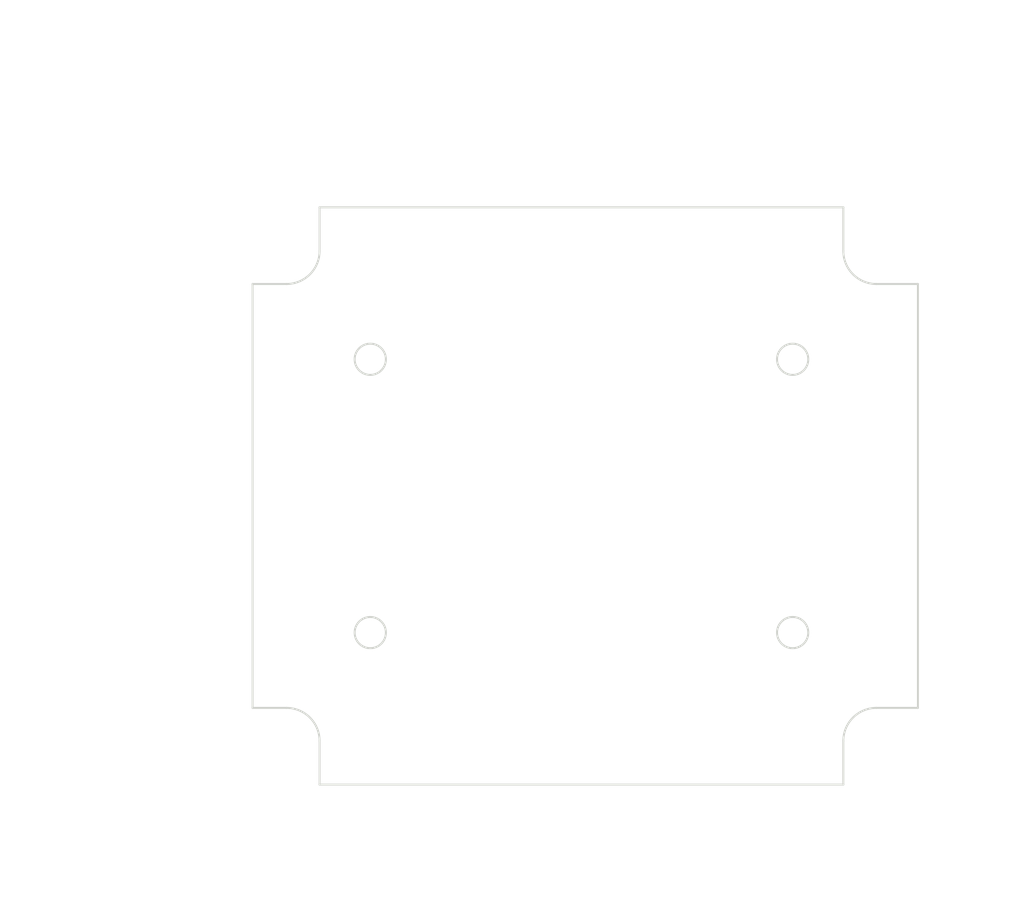
<source format=kicad_pcb>
(kicad_pcb (version 20171130) (host pcbnew "(5.1.0)-1")

  (general
    (thickness 1.6)
    (drawings 77)
    (tracks 0)
    (zones 0)
    (modules 0)
    (nets 1)
  )

  (page A4)
  (layers
    (0 F.Cu signal)
    (31 B.Cu signal)
    (32 B.Adhes user)
    (33 F.Adhes user)
    (34 B.Paste user)
    (35 F.Paste user)
    (36 B.SilkS user)
    (37 F.SilkS user)
    (38 B.Mask user)
    (39 F.Mask user)
    (40 Dwgs.User user)
    (41 Cmts.User user)
    (42 Eco1.User user)
    (43 Eco2.User user)
    (44 Edge.Cuts user)
    (45 Margin user)
    (46 B.CrtYd user)
    (47 F.CrtYd user)
    (48 B.Fab user)
    (49 F.Fab user)
  )

  (setup
    (last_trace_width 0.25)
    (trace_clearance 0.2)
    (zone_clearance 0.508)
    (zone_45_only no)
    (trace_min 0.2)
    (via_size 0.8)
    (via_drill 0.4)
    (via_min_size 0.4)
    (via_min_drill 0.3)
    (uvia_size 0.3)
    (uvia_drill 0.1)
    (uvias_allowed no)
    (uvia_min_size 0.2)
    (uvia_min_drill 0.1)
    (edge_width 0.05)
    (segment_width 0.2)
    (pcb_text_width 0.3)
    (pcb_text_size 1.5 1.5)
    (mod_edge_width 0.12)
    (mod_text_size 1 1)
    (mod_text_width 0.15)
    (pad_size 1.524 1.524)
    (pad_drill 0.762)
    (pad_to_mask_clearance 0.051)
    (solder_mask_min_width 0.25)
    (aux_axis_origin 0 0)
    (visible_elements FFFFFF7F)
    (pcbplotparams
      (layerselection 0x010fc_ffffffff)
      (usegerberextensions false)
      (usegerberattributes false)
      (usegerberadvancedattributes false)
      (creategerberjobfile false)
      (excludeedgelayer true)
      (linewidth 0.152400)
      (plotframeref false)
      (viasonmask false)
      (mode 1)
      (useauxorigin false)
      (hpglpennumber 1)
      (hpglpenspeed 20)
      (hpglpendiameter 15.000000)
      (psnegative false)
      (psa4output false)
      (plotreference true)
      (plotvalue true)
      (plotinvisibletext false)
      (padsonsilk false)
      (subtractmaskfromsilk false)
      (outputformat 1)
      (mirror false)
      (drillshape 1)
      (scaleselection 1)
      (outputdirectory ""))
  )

  (net 0 "")

  (net_class Default "This is the default net class."
    (clearance 0.2)
    (trace_width 0.25)
    (via_dia 0.8)
    (via_drill 0.4)
    (uvia_dia 0.3)
    (uvia_drill 0.1)
  )

  (gr_line (start 120.172633 121.598892) (end 120.172633 78.17035) (layer Edge.Cuts) (width 0.2))
  (gr_line (start 123.646967 121.598892) (end 120.172633 121.598892) (layer Edge.Cuts) (width 0.2))
  (gr_arc (start 123.646967 124.984621) (end 127.032697 124.984621) (angle -90) (layer Edge.Cuts) (width 0.2))
  (gr_line (start 127.032697 129.453316) (end 127.032697 124.984621) (layer Edge.Cuts) (width 0.2))
  (gr_line (start 180.661238 129.453316) (end 127.032697 129.453316) (layer Edge.Cuts) (width 0.2))
  (gr_line (start 180.661238 124.984621) (end 180.661238 129.453316) (layer Edge.Cuts) (width 0.2))
  (gr_arc (start 184.046967 124.984621) (end 184.046967 121.598892) (angle -90) (layer Edge.Cuts) (width 0.2))
  (gr_line (start 188.296967 121.598892) (end 184.046967 121.598892) (layer Edge.Cuts) (width 0.2))
  (gr_line (start 188.296967 78.17035) (end 188.296967 121.598892) (layer Edge.Cuts) (width 0.2))
  (gr_line (start 184.046967 78.17035) (end 188.296967 78.17035) (layer Edge.Cuts) (width 0.2))
  (gr_arc (start 184.046967 74.784621) (end 180.661238 74.784621) (angle -90) (layer Edge.Cuts) (width 0.2))
  (gr_line (start 180.661238 70.315926) (end 180.661238 74.784621) (layer Edge.Cuts) (width 0.2))
  (gr_line (start 127.032697 70.315926) (end 180.661238 70.315926) (layer Edge.Cuts) (width 0.2))
  (gr_line (start 127.032697 74.784621) (end 127.032697 70.315926) (layer Edge.Cuts) (width 0.2))
  (gr_arc (start 123.646967 74.784621) (end 123.646967 78.17035) (angle -90) (layer Edge.Cuts) (width 0.2))
  (gr_line (start 120.172633 78.17035) (end 123.646967 78.17035) (layer Edge.Cuts) (width 0.2))
  (gr_circle (center 132.221967 113.884621) (end 133.821967 113.884621) (layer Edge.Cuts) (width 0.2))
  (gr_circle (center 132.221967 85.884621) (end 133.821967 85.884621) (layer Edge.Cuts) (width 0.2))
  (gr_circle (center 175.471967 113.884621) (end 177.071967 113.884621) (layer Edge.Cuts) (width 0.2))
  (gr_circle (center 175.471967 85.884621) (end 177.071967 85.884621) (layer Edge.Cuts) (width 0.2))
  (gr_text [R0.13] (at 140.071929 103.926264) (layer Dwgs.User)
    (effects (font (size 1.7 1.53) (thickness 0.2125)))
  )
  (gr_text " R3.39" (at 140.071929 100.368249) (layer Dwgs.User)
    (effects (font (size 1.7 1.53) (thickness 0.2125)))
  )
  (gr_line (start 133.601158 102.036803) (end 125.790211 120.043711) (layer Dwgs.User) (width 0.2))
  (gr_line (start 135.601158 102.036803) (end 133.601158 102.036803) (layer Dwgs.User) (width 0.2))
  (gr_line (start 132.221967 113.974621) (end 132.221967 113.794621) (layer Dwgs.User) (width 0.2))
  (gr_line (start 132.131967 113.884621) (end 132.311967 113.884621) (layer Dwgs.User) (width 0.2))
  (gr_text " ∅3.20\n[∅0.13]" (at 145.375489 111.020771) (layer Dwgs.User)
    (effects (font (size 1.7 1.53) (thickness 0.2125)))
  )
  (gr_line (start 138.83862 111.020771) (end 135.525781 112.454649) (layer Dwgs.User) (width 0.2))
  (gr_line (start 140.83862 111.020771) (end 138.83862 111.020771) (layer Dwgs.User) (width 0.2))
  (gr_text [.61] (at 193.08524 123.558429) (layer Dwgs.User)
    (effects (font (size 1.7 1.53) (thickness 0.2125)))
  )
  (gr_text " 15.57" (at 193.08524 120.000994) (layer Dwgs.User)
    (effects (font (size 1.7 1.53) (thickness 0.2125)))
  )
  (gr_line (start 193.08524 115.884621) (end 193.08524 118.111533) (layer Dwgs.User) (width 0.2))
  (gr_line (start 193.08524 127.453316) (end 193.08524 125.226404) (layer Dwgs.User) (width 0.2))
  (gr_line (start 176.471967 113.884621) (end 196.26024 113.884621) (layer Dwgs.User) (width 0.2))
  (gr_line (start 181.661238 129.453316) (end 196.26024 129.453316) (layer Dwgs.User) (width 0.2))
  (gr_text [.50] (at 195.152665 139.59865) (layer Dwgs.User)
    (effects (font (size 1.7 1.53) (thickness 0.2125)))
  )
  (gr_text " 12.83" (at 195.152665 136.040635) (layer Dwgs.User)
    (effects (font (size 1.7 1.53) (thickness 0.2125)))
  )
  (gr_line (start 188.296967 137.709189) (end 191.105155 137.709189) (layer Dwgs.User) (width 0.2))
  (gr_line (start 177.471967 137.709189) (end 186.296967 137.709189) (layer Dwgs.User) (width 0.2))
  (gr_line (start 175.471967 114.884621) (end 175.471967 140.884189) (layer Dwgs.User) (width 0.2))
  (gr_line (start 188.296967 122.598892) (end 188.296967 140.884189) (layer Dwgs.User) (width 0.2))
  (gr_text [1.70] (at 153.846967 139.59865) (layer Dwgs.User)
    (effects (font (size 1.7 1.53) (thickness 0.2125)))
  )
  (gr_text " 43.25" (at 153.846967 136.040635) (layer Dwgs.User)
    (effects (font (size 1.7 1.53) (thickness 0.2125)))
  )
  (gr_line (start 173.471967 137.709189) (end 157.900856 137.709189) (layer Dwgs.User) (width 0.2))
  (gr_line (start 134.221967 137.709189) (end 149.793079 137.709189) (layer Dwgs.User) (width 0.2))
  (gr_line (start 175.471967 114.884621) (end 175.471967 140.884189) (layer Dwgs.User) (width 0.2))
  (gr_line (start 132.221967 114.884621) (end 132.221967 140.884189) (layer Dwgs.User) (width 0.2))
  (gr_text [1.10] (at 192.961934 101.774082) (layer Dwgs.User)
    (effects (font (size 1.7 1.53) (thickness 0.2125)))
  )
  (gr_text " 28.00" (at 192.961934 98.216647) (layer Dwgs.User)
    (effects (font (size 1.7 1.53) (thickness 0.2125)))
  )
  (gr_line (start 192.961934 111.884621) (end 192.961934 103.442056) (layer Dwgs.User) (width 0.2))
  (gr_line (start 192.961934 87.884621) (end 192.961934 96.327185) (layer Dwgs.User) (width 0.2))
  (gr_line (start 176.471967 113.884621) (end 196.136934 113.884621) (layer Dwgs.User) (width 0.2))
  (gr_line (start 176.471967 85.884621) (end 196.136934 85.884621) (layer Dwgs.User) (width 0.2))
  (gr_text [2.68] (at 154.2348 54.239122) (layer Dwgs.User)
    (effects (font (size 1.7 1.53) (thickness 0.2125)))
  )
  (gr_text " 68.12" (at 154.2348 50.681686) (layer Dwgs.User)
    (effects (font (size 1.7 1.53) (thickness 0.2125)))
  )
  (gr_line (start 186.296967 52.34966) (end 158.273613 52.34966) (layer Dwgs.User) (width 0.2))
  (gr_line (start 122.172633 52.34966) (end 150.195987 52.34966) (layer Dwgs.User) (width 0.2))
  (gr_line (start 188.296967 77.17035) (end 188.296967 49.17466) (layer Dwgs.User) (width 0.2))
  (gr_line (start 120.172633 77.17035) (end 120.172633 49.17466) (layer Dwgs.User) (width 0.2))
  (gr_text [2.33] (at 98.336029 101.774082) (layer Dwgs.User)
    (effects (font (size 1.7 1.53) (thickness 0.2125)))
  )
  (gr_text " 59.14" (at 98.336029 98.216647) (layer Dwgs.User)
    (effects (font (size 1.7 1.53) (thickness 0.2125)))
  )
  (gr_line (start 98.336029 127.453316) (end 98.336029 103.442056) (layer Dwgs.User) (width 0.2))
  (gr_line (start 98.336029 72.315926) (end 98.336029 96.327185) (layer Dwgs.User) (width 0.2))
  (gr_line (start 126.032697 129.453316) (end 95.161029 129.453316) (layer Dwgs.User) (width 0.2))
  (gr_line (start 126.032697 70.315926) (end 95.161029 70.315926) (layer Dwgs.User) (width 0.2))
  (gr_text [2.11] (at 153.846967 64.135624) (layer Dwgs.User)
    (effects (font (size 1.7 1.53) (thickness 0.2125)))
  )
  (gr_text " 53.63" (at 153.846967 60.577609) (layer Dwgs.User)
    (effects (font (size 1.7 1.53) (thickness 0.2125)))
  )
  (gr_line (start 178.661238 62.246163) (end 157.894478 62.246163) (layer Dwgs.User) (width 0.2))
  (gr_line (start 129.032697 62.246163) (end 149.799457 62.246163) (layer Dwgs.User) (width 0.2))
  (gr_line (start 180.661238 69.315926) (end 180.661238 59.071163) (layer Dwgs.User) (width 0.2))
  (gr_line (start 127.032697 69.315926) (end 127.032697 59.071163) (layer Dwgs.User) (width 0.2))
  (gr_text [1.71] (at 110.172633 101.774082) (layer Dwgs.User)
    (effects (font (size 1.7 1.53) (thickness 0.2125)))
  )
  (gr_text " 43.43" (at 110.172633 98.216067) (layer Dwgs.User)
    (effects (font (size 1.7 1.53) (thickness 0.2125)))
  )
  (gr_line (start 110.172633 80.17035) (end 110.172633 96.326606) (layer Dwgs.User) (width 0.2))
  (gr_line (start 110.172633 119.598892) (end 110.172633 103.442636) (layer Dwgs.User) (width 0.2))
  (gr_line (start 119.172633 78.17035) (end 106.997633 78.17035) (layer Dwgs.User) (width 0.2))
  (gr_line (start 119.172633 121.598892) (end 106.997633 121.598892) (layer Dwgs.User) (width 0.2))

)

</source>
